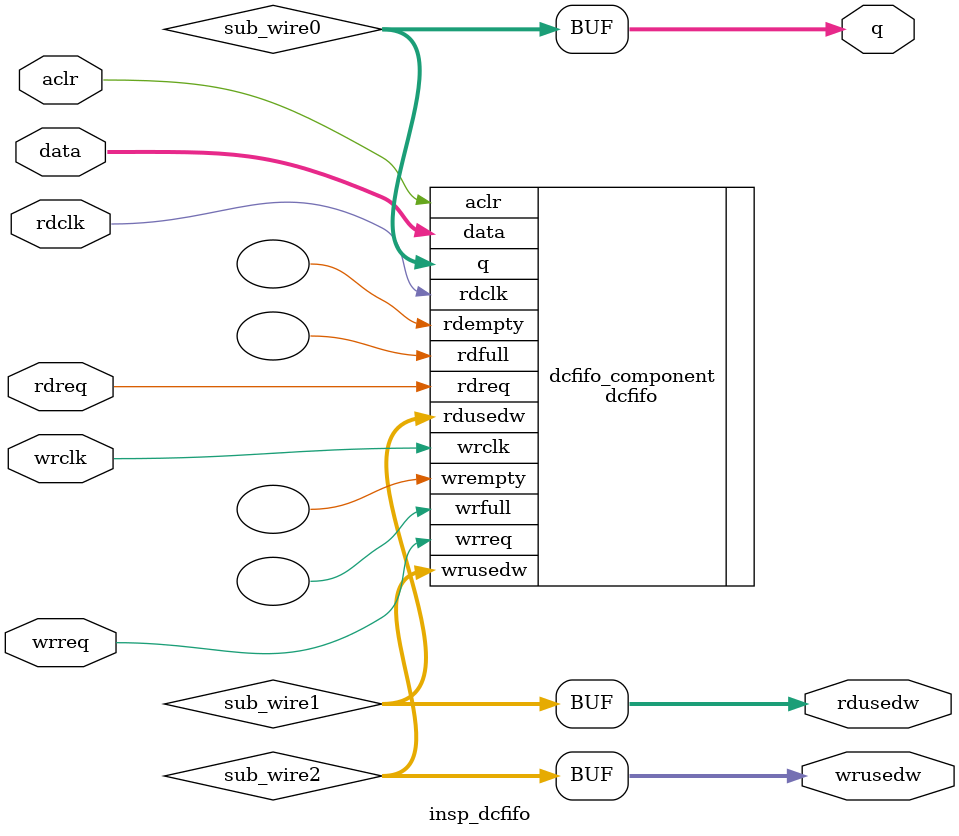
<source format=sv>



   /* Address Mapping
       10'h200: LTSSM FIFO Data
               [31:27]=Reserved; [25:19]=SignalDetect; [18:11]=LockedToData; [10:7]=Lane; [6:5]=Speed; [4:0]=LTSSM;
       10'h201: LTSSM FIFO Status
               [31:8]=Timer; [7:0]=FIFO usedw;
       10'h202: LMI Control
               [31:14]=Reserved; [13]=Completion; [12]=GO; [11:0]=LMI Address
       10'h203: LMI Data
               [31:0]=LMI Data
       10'h204:  Reserved
          .
          .
    */

// synthesis translate_off
`timescale 1ns / 1ps
// synthesis translate_on
module altpcie_inspector #(
      parameter PLD_CLK_IS_250MHZ = 0,
      parameter LANES             = 8
) (
output logic [31:0] addr_decode_o, // DEBUG
output logic [31:0] reg_mux_out_o, // DEBUG

      // AVMM slave
      input  logic               avmm_clk_i,
      input  logic               avmm_rstn_i,
      input  logic [9:0]         avmm_address_i,
      input  logic               avmm_write_i,
      input  logic [31:0]        avmm_writedata_i,
      input  logic               avmm_read_i,
      output logic [31:0]        avmm_readdata_o,
      output logic               avmm_readdatavalid_o,
      output logic               avmm_waitrequest_o,

      // AVMM master for accessing HIP AVMM space
      output logic               hip_clk_o,
      output logic               hip_rstn_o,
      output logic [9:0]         hip_address_o,
      output logic [1:0]         hip_byteen_o,
      output logic               hip_write_o,
      output logic [15:0]        hip_writedata_o,
      output logic               hip_read_o,
      input  logic [15:0]        hip_readdata_i,
      output logic               hip_sershiftload_o,
      output logic               hip_interfacesel_o,

      // HIP status signals
      input  logic               pld_clk_i,
      input  logic               pld_rstn_i,
      input  logic [4:0]         ltssmstate_i,
      input  logic [LANES-1:0]   signaldetect_i,
      input  logic [LANES-1:0]   is_lockedtodata_i,
      input  logic [1:0]         currentspeed_i,
      input  logic [3:0]         lane_act_i,
      input  logic [31:0]        lmi_dout_i,
      input  logic               lmi_ack_i,
      output logic [11:0]        lmi_addr_o,
      output logic               lmi_rden_o,

      // AST signals
      input  logic [31:0]        tlp_insp_data_i,
      output logic [31:0]        tlp_insp_addr_o,
      output logic [127:0]       tlp_insp_trigger_o
);

   // DPRIO INIT
   localparam IDLE  = 2'b00;
   localparam SER   = 2'b01;
   localparam SEL   = 2'b11;
   localparam DONE  = 2'b10;

   logic [1:0]                        is_250_clk;
   logic                              insp_addr_sel;
   logic [31:0]                       addr_decode;
   logic [31:0]                       reg_mux_out;
   logic [31:0]                       read_data_reg;
   logic                              avmm_read_r;
   logic                              avmm_read_rise;
   logic                              avmm_read_rise_r;
   logic                              avmm_read_rise_rr;
   logic                              avmm_read_rise_r3;
   logic                              avmm_read_rise_r4;

   // LTSSM FIFO
   logic [LANES-1:0]                  signaldetect_r;
   logic [LANES-1:0]                  signaldetect_sync;
   logic [LANES-1:0]                  is_lockedtodata_r;
   logic [LANES-1:0]                  is_lockedtodata_sync;
   logic [4:0]                        ltssm_r;
   logic                              ltssmfifo_wrreq;
   logic                              ltssmfifo_rdreq;
   logic [63:0]                       ltssmfifo_dataout;
   logic [63:0]                       ltssmfifo_datain;
   logic [31:0]                       ltssmfifo_datain_lo;
   logic [31:0]                       ltssmfifo_datain_hi;
   logic [6:0]                        ltssmfifo_wrusedw;
   logic [6:0]                        ltssmfifo_rdusedw;
   logic [24:0]                       ltssmfifo_timer;

   // LMI signals
   logic                              lmi_ack_r;
   logic                              lmi_ack_rise;
   logic                              lmi_ack_sync;
   logic                              lmi_ack_sync_r;
   logic                              lmi_ack_sync_rr;
   logic                              lmi_ack_sync_rise;
   logic                              lmi_ack_sync_rise_r;
   logic                              lmi_ack_sync_rise_rr;
   logic [31:0]                       lmi_dout_r;
   logic [31:0]                       lmi_dout_rr;
   logic                              lmi_rden_r;
   logic                              lmi_rden_rr;
   logic                              lmi_rden_rise;
   logic                              lmi_rden_rise_r;
   logic [11:0]                       lmi_addr_r;
   logic [11:0]                       lmi_addr_rr;
   logic [31:0]                       cfg_control_reg; // Store ACK, GO, and address for LMI (RW)
   logic [31:0]                       cfg_data_reg;    // Store data coming back from LMI (RO)

   // TLP inspector
   logic [127:0]                      tlp_insp_trigger_r;
   logic [31:0]                       tlp_insp_ctrl0_reg;
   logic [31:0]                       tlp_insp_ctrl1_reg;
   logic [31:0]                       tlp_insp_ctrl2_reg;
   logic [31:0]                       tlp_insp_ctrl3_reg;
   logic [31:0]                       tlp_insp_addr_reg;
   logic [31:0]                       tlp_insp_data_reg;
   logic [31:0]                       tlp_insp_addr_r;
   logic [31:0]                       tlp_insp_data_r;


   // DPRIO
   logic [1:0]                        init_state;
   logic [2:0]                        init_count;

   // DEBUG
   assign addr_decode_o = addr_decode;
   assign reg_mux_out_o = reg_mux_out;

   /* ================================================================================ */
   /*                                   Address decode                                 */
   /* ================================================================================ */

   assign insp_addr_sel = avmm_address_i[9];
   assign is_250_clk    = (PLD_CLK_IS_250MHZ == 1)? 2'b01:2'b00;

   always_comb begin
      case (avmm_address_i)
         10'h200: addr_decode[31:0] = 32'h0000_0001; // LTSSM data
         10'h201: addr_decode[31:0] = 32'h0000_0002; // LTSSM status
         10'h202: addr_decode[31:0] = 32'h0000_0004; // CFG control
         10'h203: addr_decode[31:0] = 32'h0000_0008; // CFG data
         10'h204: addr_decode[31:0] = 32'h0000_0010; // TLP trigger h0
         10'h205: addr_decode[31:0] = 32'h0000_0020; // TLP trigger h1
         10'h206: addr_decode[31:0] = 32'h0000_0040; // TLP trigger h2
         10'h207: addr_decode[31:0] = 32'h0000_0080; // TLP trigger h3
         10'h208: addr_decode[31:0] = 32'h0000_0100; // TLP addr
         10'h209: addr_decode[31:0] = 32'h0000_0200; // TLP data
         default: addr_decode[31:0] = 32'h0;
      endcase
   end
   always_comb begin
      case (addr_decode[9:0])
         10'h001: reg_mux_out = {is_250_clk, ltssmfifo_dataout[29:0]};
         10'h002: reg_mux_out = {ltssmfifo_dataout[56:32], ltssmfifo_rdusedw};
         10'h004: reg_mux_out = cfg_control_reg;
         10'h008: reg_mux_out = cfg_data_reg;
         10'h200: reg_mux_out = tlp_insp_data_reg;
         default: reg_mux_out = 8'h0;
      endcase
   end

   /* ================================================================================ */
   /*                                  LTSSM FIFO                                      */
   /* ================================================================================ */
   always_ff @(posedge pld_clk_i or negedge pld_rstn_i) begin
      if(~pld_rstn_i)
         ltssm_r <= 5'h0;
      else
         ltssm_r <= ltssmstate_i;
   end
   // Synchronizer - unknown clock to pld_clk
   always_ff @(posedge pld_clk_i or negedge pld_rstn_i) begin
      if (~pld_rstn_i) begin
         signaldetect_r         <= {LANES{1'h0}};
         signaldetect_sync      <= {LANES{1'h0}};
         is_lockedtodata_r      <= {LANES{1'h0}};
         is_lockedtodata_sync   <= {LANES{1'h0}};;
      end
      else begin
         signaldetect_r         <= signaldetect_i;
         signaldetect_sync      <= signaldetect_r;
         is_lockedtodata_r      <= is_lockedtodata_i;
         is_lockedtodata_sync   <= is_lockedtodata_r;
      end
   end
   always_ff @(posedge pld_clk_i or negedge pld_rstn_i) begin
      if(~pld_rstn_i)
         ltssmfifo_timer <= 25'h0;
      else if (ltssmfifo_wrreq)
         ltssmfifo_timer <= 25'h1;
      else if (ltssmfifo_timer != 25'h1ffffff)
         ltssmfifo_timer <= ltssmfifo_timer + 25'h1;
   end
   /* Produce a single-cycle pulse if these registers been accessed (R/W)
    * Since read will asserted for 2 cycles, use avmm_read_rise instead*/
   always_ff @(posedge avmm_clk_i or negedge avmm_rstn_i) begin
      if(~avmm_rstn_i)
         avmm_read_r <= 1'b0;
      else
         avmm_read_r <= avmm_read_i;
   end
   assign avmm_read_rise = ~avmm_read_r & avmm_read_i;

   assign ltssmfifo_wrreq      = (ltssm_r != ltssmstate_i);
   assign ltssmfifo_rdreq      = ((ltssmfifo_rdusedw != 0) & (addr_decode[0] & avmm_read_rise)) | (ltssmfifo_wrusedw>120);
   assign ltssmfifo_datain     = {ltssmfifo_datain_hi, ltssmfifo_datain_lo};
   assign ltssmfifo_datain_hi  = {7'h0, ltssmfifo_timer};
   assign ltssmfifo_datain_lo  = (LANES==8)? {5'h0, signaldetect_sync,     is_lockedtodata_sync,lane_act_i,currentspeed_i,ltssmstate_i}:
                                 (LANES==4)? {9'h0, signaldetect_sync,4'h0,is_lockedtodata_sync,lane_act_i,currentspeed_i,ltssmstate_i}:
                                 (LANES==2)? {11'h0,signaldetect_sync,6'h0,is_lockedtodata_sync,lane_act_i,currentspeed_i,ltssmstate_i}:
                                 (LANES==1)? {12'h0,signaldetect_sync,7'h0,is_lockedtodata_sync,lane_act_i,currentspeed_i,ltssmstate_i}:
                                 32'h0;
   insp_dcfifo ltssm_fifo (
      .aclr      (~pld_rstn_i),
      .data      (ltssmfifo_datain),
      .rdclk     (avmm_clk_i),
      .rdreq     (ltssmfifo_rdreq),
      .wrclk     (pld_clk_i),
      .wrreq     (ltssmfifo_wrreq),
      .q         (ltssmfifo_dataout),
      .rdusedw   (ltssmfifo_rdusedw),
      .wrusedw   (ltssmfifo_wrusedw)
   );

   /* ================================================================================ */
   /*                          Configuration Space Register                            */
   /* ================================================================================ */
   // Synchronizer to capture LMI_ACK signals from pld_clk(faster) to avmm_clk(slower)
   always @(posedge pld_clk_i or negedge pld_rstn_i) begin
      if (~pld_rstn_i)
         lmi_ack_r <= 1'b0;
      else
         lmi_ack_r <= lmi_ack_i;
   end
   assign lmi_ack_rise = ~lmi_ack_r & lmi_ack_i;
   always @(posedge pld_clk_i or negedge pld_rstn_i) begin
      if (~pld_rstn_i)
         lmi_ack_sync    <= 1'b0;
      else if (lmi_ack_rise)
         lmi_ack_sync    <= 1'b1;
      else if (lmi_ack_sync_rise_rr)
         lmi_ack_sync    <= 1'b0;
   end
   always @(posedge avmm_clk_i or negedge avmm_rstn_i) begin
      if (~avmm_rstn_i) begin
         lmi_ack_sync_r   <= 1'b0;
         lmi_ack_sync_rr  <= 1'b0;
         lmi_dout_rr      <= 32'h0;
      end
      else begin
         lmi_ack_sync_r   <= lmi_ack_sync;
         lmi_ack_sync_rr  <= lmi_ack_sync_r;
         lmi_dout_rr      <= lmi_dout_r;
      end
   end
   assign lmi_ack_sync_rise  = ~lmi_ack_sync_rr & lmi_ack_sync_r;
   always @(posedge pld_clk_i or negedge pld_rstn_i) begin
      if (~pld_rstn_i) begin
         lmi_ack_sync_rise_r   <= 1'b0;
         lmi_ack_sync_rise_rr  <= 1'b0;
      end
      else begin
         lmi_ack_sync_rise_r   <= lmi_ack_sync_rise;
         lmi_ack_sync_rise_rr  <= lmi_ack_sync_rise_r;
      end
   end // End of synchronizer for LMI_ACK
   // Synchronizer for LMI_DOUT
   always @(posedge pld_clk_i or negedge pld_rstn_i) begin
      if (~pld_rstn_i)
         lmi_dout_r <= 32'h0;
      else
         lmi_dout_r <= lmi_dout_i;
   end
   // Synchronizer for LMI_RDEN and LMI_ADDR derived from cfg_control_reg
   always_ff @(posedge pld_clk_i or negedge pld_rstn_i) begin
      if (~pld_rstn_i) begin
         lmi_rden_r      <= 1'b0;
         lmi_rden_rr     <= 1'b0;
         lmi_rden_rise   <= 1'b0;
         lmi_rden_rise_r <= 1'b0;
         lmi_addr_r      <= 12'h0;
         lmi_addr_rr     <= 12'h0;
      end
      else begin
         lmi_rden_r      <= cfg_control_reg[12];
         lmi_rden_rr     <= lmi_rden_r;
         lmi_rden_rise   <= ~lmi_rden_rr & lmi_rden_r;
         lmi_rden_rise_r <= lmi_rden_rise;
         lmi_addr_r      <= cfg_control_reg[11:0];
         lmi_addr_rr     <= lmi_addr_r;
      end
   end
   assign lmi_rden_o = lmi_rden_rise_r;
   assign lmi_addr_o = lmi_addr_rr;

   always_ff @(posedge avmm_clk_i or negedge avmm_rstn_i) begin
      if (~avmm_rstn_i)
         cfg_control_reg     <= 32'h0;
      else if (avmm_write_i & addr_decode[2])
         cfg_control_reg     <= {19'h0, avmm_writedata_i[12:0]};
      else if (lmi_ack_sync_rise) begin
         cfg_control_reg[13] <= 1'b1; // Completion bit
         cfg_control_reg[12] <= 1'b0; // Go bit
      end
   end
   always_ff @(posedge avmm_clk_i or negedge avmm_rstn_i) begin
      if (~avmm_rstn_i)
         cfg_data_reg <= 32'h0;
      else if (lmi_ack_sync_rr)
         cfg_data_reg <= lmi_dout_rr;
   end

   /* ================================================================================ */
   /*                                   TLP Inspector                                  */
   /* ================================================================================ */
   always_ff @(posedge avmm_clk_i or negedge avmm_rstn_i) begin
      if (~avmm_rstn_i) begin
         tlp_insp_ctrl0_reg <= 32'h0;
         tlp_insp_ctrl1_reg <= 32'h0;
         tlp_insp_ctrl2_reg <= 32'h0;
         tlp_insp_ctrl3_reg <= 32'h0;
         tlp_insp_addr_reg  <= 32'h0;
      end
      else if (avmm_write_i) begin
         if (addr_decode[4])
            tlp_insp_ctrl0_reg <= avmm_writedata_i;
         else if (addr_decode[5])
            tlp_insp_ctrl1_reg <= avmm_writedata_i;
         else if (addr_decode[6])
            tlp_insp_ctrl2_reg <= avmm_writedata_i;
         else if (addr_decode[7])
            tlp_insp_ctrl3_reg <= avmm_writedata_i;
         else if (addr_decode[8])
            tlp_insp_addr_reg  <= avmm_writedata_i;
      end
   end

   // TLP Monitor address and trigger signals. Synchronizer from avmm_clk to pld_clk.
   always_ff @(posedge pld_clk_i or negedge pld_rstn_i) begin
      if (~pld_rstn_i) begin
         tlp_insp_trigger_r <= 128'h0;
         tlp_insp_trigger_o <= 128'h0;
         tlp_insp_addr_r    <= 32'h0;
         tlp_insp_addr_o    <= 32'h0;
      end
      else begin
         tlp_insp_trigger_r <= {tlp_insp_ctrl3_reg, tlp_insp_ctrl2_reg, tlp_insp_ctrl1_reg, tlp_insp_ctrl0_reg};
         tlp_insp_trigger_o <= tlp_insp_trigger_r;
         tlp_insp_addr_r    <= tlp_insp_addr_reg;
         tlp_insp_addr_o    <= tlp_insp_addr_r;
      end
   end

   // TLP Monitor data
   always_ff @(posedge avmm_clk_i or negedge avmm_rstn_i) begin
      if (~avmm_rstn_i) begin
         tlp_insp_data_reg <= 32'h0;
         tlp_insp_data_r   <= 32'h0;
      end
      else begin
         tlp_insp_data_r   <= tlp_insp_data_i;
         tlp_insp_data_reg <= tlp_insp_data_r;
      end
   end

   assign tlp_insp_monitor_addr_o = tlp_insp_addr_reg;

   /* ================================================================================ */
   /*                                      DPRIO                                       */
   /* ================================================================================ */
   assign hip_clk_o       = avmm_clk_i;
   assign hip_rstn_o      = avmm_rstn_i;
   assign hip_address_o   = avmm_address_i;
   assign hip_byteen_o    = 2'b11;
   assign hip_write_o     = (~insp_addr_sel)? avmm_write_i : 1'b0;
   assign hip_writedata_o = avmm_writedata_i[15:0];
   assign hip_read_o      = (~insp_addr_sel)? avmm_read_i  : 1'b0;
   always @(posedge avmm_clk_i or negedge avmm_rstn_i) begin
      if (~avmm_rstn_i) begin
         init_state         <= IDLE;
         init_count         <= 0;
         hip_sershiftload_o <= 1'b1;
         hip_interfacesel_o      <= 1'b1;
      end
      else begin
         init_count <= init_count + 1'b1;

         case (init_state)
         IDLE: begin
            if(&init_count) begin
               init_state <= SER;
               hip_sershiftload_o <= 1'b0;
               hip_interfacesel_o <= 1'b1;
            end
         end
         SER : begin
            if(&init_count) begin
               init_state <= SEL;
               hip_sershiftload_o <= 1'b1;
               hip_interfacesel_o <= 1'b1;
            end
         end
         SEL : begin
            if(&init_count) begin
               init_state <= DONE;
               hip_sershiftload_o <= 1'b1;
               hip_interfacesel_o <= 1'b0;
            end
         end
         DONE : begin
            init_state <= DONE;
            hip_sershiftload_o <= 1'b1;
            hip_interfacesel_o <= 1'b0;
         end
         default: init_state <= IDLE;
         endcase
      end
   end

   /* ================================================================================ */
   /*                                  AVMM Outputs                                    */
   /* ================================================================================ */
   always_ff @(posedge avmm_clk_i or negedge avmm_rstn_i) begin
      if(~avmm_rstn_i)
         read_data_reg <= 32'h0;
      else
         read_data_reg <= reg_mux_out;
   end
   always_ff @(posedge avmm_clk_i or negedge avmm_rstn_i) begin
      if(~avmm_rstn_i) begin
         avmm_read_rise_r  <= 1'b0;
         avmm_read_rise_rr <= 1'b0;
         avmm_read_rise_r3 <= 1'b0;
         avmm_read_rise_r4 <= 1'b0;
      end
      else begin
         avmm_read_rise_r  <= avmm_read_rise;
         avmm_read_rise_rr <= avmm_read_rise_r;
         avmm_read_rise_r3 <= avmm_read_rise_rr;
         avmm_read_rise_r4 <= avmm_read_rise_r3;
      end
   end

   assign avmm_readdata_o      = (insp_addr_sel)? read_data_reg : {16'h0,hip_readdata_i};
   assign avmm_readdatavalid_o = (~insp_addr_sel)?  avmm_read_rise_r4:                      // 4 clocks latency for DPRIO read
                                 (addr_decode[0]|addr_decode[1])? avmm_read_rise_rr :       // 2 clocks latency for LTSSM FIFO
                                 (addr_decode[3])? cfg_control_reg[13] & avmm_read_rise_r : // 1 clock latency for LMI register
                                 (addr_decode[9])? avmm_read_rise_r :
                                 1'b1;
   assign avmm_waitrequest_o   = (avmm_read_i)? ~avmm_readdatavalid_o:
                                 (avmm_write_i)? 1'b0 : 1'b1;

endmodule

/**************************************************************
 * Used for arbitration between HIP reconfig and JTAG ADME
 **************************************************************/
module insp_arbiter (
      input  logic  clk_i,
      input  logic  rstn_i,
      input  logic  reconfig_req_i,
      input  logic  adme_req_i,

      output logic  reconfig_grant_o,
      output logic  adme_grant_o
);
   logic [1:0] arb_state;
   logic [1:0] arb_nxt_state;

   localparam ARB_IDLE           = 2'b00;
   localparam ARB_RECONFIG_GRANT = 2'b01;
   localparam ARB_ADME_GRANT     = 2'b10;

   always_ff @(posedge clk_i or negedge rstn_i) begin
      if (~rstn_i)
         arb_state <= ARB_IDLE;
      else
         arb_state <= arb_nxt_state;
   end

   always_comb begin
      case (arb_state)
      ARB_IDLE:
         if (reconfig_req_i)
            arb_nxt_state <= ARB_RECONFIG_GRANT;
         else if (adme_req_i)
            arb_nxt_state <= ARB_ADME_GRANT;
         else
            arb_nxt_state <= ARB_IDLE;

      ARB_RECONFIG_GRANT:
         if (adme_req_i & ~reconfig_req_i)
            arb_nxt_state <= ARB_ADME_GRANT;
         else if (reconfig_req_i)
            arb_nxt_state <= ARB_RECONFIG_GRANT;
         else
            arb_nxt_state <= ARB_IDLE;

      ARB_ADME_GRANT:
         if (reconfig_req_i & ~adme_req_i)
            arb_nxt_state <= ARB_RECONFIG_GRANT;
         else if (adme_req_i)
            arb_nxt_state <= ARB_ADME_GRANT;
         else
            arb_nxt_state <= ARB_IDLE;

      default: arb_nxt_state <= ARB_IDLE;
      endcase
   end

   assign reconfig_grant_o = (arb_state == ARB_RECONFIG_GRANT);
   assign adme_grant_o     = (arb_state == ARB_ADME_GRANT);

endmodule

/**************************************************************
 * Cross clock-domain FIFO. Generated by MegaWizard
 * Width = 64. Depth = 128.
 * Async reset synchronized to write clock
 **************************************************************/
module insp_dcfifo #(
        parameter WIDTH = 64
) (
        aclr,
        data,
        rdclk,
        rdreq,
        wrclk,
        wrreq,
        q,
        rdusedw,
        wrusedw);

        input     aclr;
        input   [WIDTH-1:0]  data;
        input     rdclk;
        input     rdreq;
        input     wrclk;
        input     wrreq;
        output  [WIDTH-1:0]  q;
        output  [6:0]  rdusedw;
        output  [6:0]  wrusedw;
`ifndef ALTERA_RESERVED_QIS
// synopsys translate_off
`endif
        tri0      aclr;
`ifndef ALTERA_RESERVED_QIS
// synopsys translate_on
`endif

        wire [WIDTH-1:0] sub_wire0;
        wire [6:0] sub_wire1;
        wire [6:0] sub_wire2;
        wire [WIDTH-1:0] q = sub_wire0[WIDTH-1:0];
        wire [6:0] rdusedw = sub_wire1[6:0];
        wire [6:0] wrusedw = sub_wire2[6:0];

        dcfifo  dcfifo_component (
                                .aclr (aclr),
                                .data (data),
                                .rdclk (rdclk),
                                .rdreq (rdreq),
                                .wrclk (wrclk),
                                .wrreq (wrreq),
                                .q (sub_wire0),
                                .rdusedw (sub_wire1),
                                .wrusedw (sub_wire2),
                                .rdempty (),
                                .rdfull (),
                                .wrempty (),
                                .wrfull ());
        defparam
                dcfifo_component.intended_device_family = "Stratix V",
                dcfifo_component.lpm_numwords = 128,
                dcfifo_component.lpm_showahead = "OFF",
                dcfifo_component.lpm_type = "dcfifo",
                dcfifo_component.lpm_width = WIDTH,
                dcfifo_component.lpm_widthu = 7,
                dcfifo_component.overflow_checking = "OFF",
                dcfifo_component.rdsync_delaypipe = 4,
                dcfifo_component.read_aclr_synch = "OFF",
                dcfifo_component.underflow_checking = "OFF",
                dcfifo_component.use_eab = "ON",
                dcfifo_component.write_aclr_synch = "ON",
                dcfifo_component.wrsync_delaypipe = 4;
endmodule

</source>
